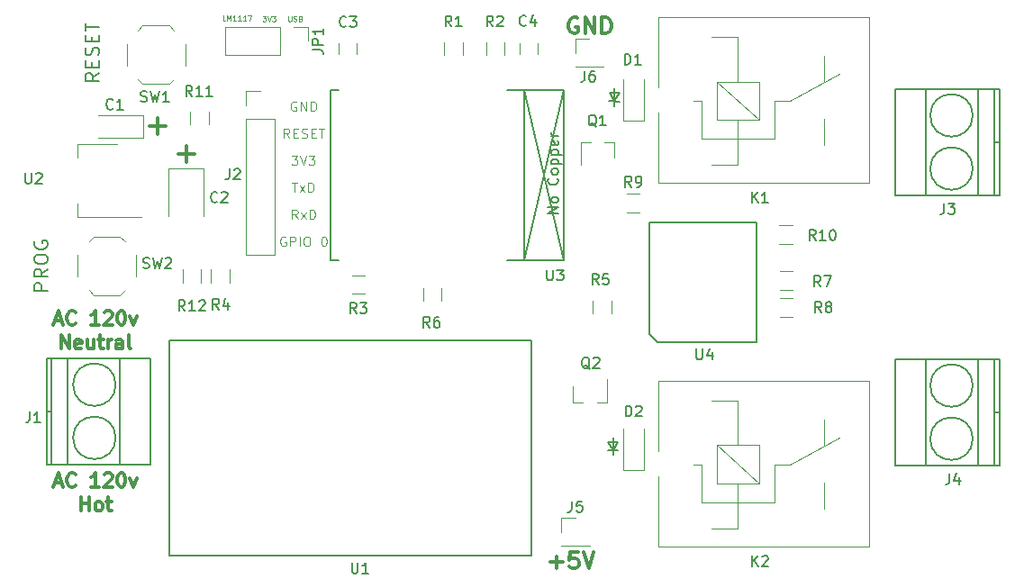
<source format=gto>
G04 #@! TF.GenerationSoftware,KiCad,Pcbnew,(2017-04-22 revision b38541345)-makepkg*
G04 #@! TF.CreationDate,2017-06-22T14:02:37-07:00*
G04 #@! TF.ProjectId,WifiRelay,5769666952656C61792E6B696361645F,rev?*
G04 #@! TF.FileFunction,Legend,Top*
G04 #@! TF.FilePolarity,Positive*
%FSLAX46Y46*%
G04 Gerber Fmt 4.6, Leading zero omitted, Abs format (unit mm)*
G04 Created by KiCad (PCBNEW (2017-04-22 revision b38541345)-makepkg) date 06/22/17 14:02:37*
%MOMM*%
%LPD*%
G01*
G04 APERTURE LIST*
%ADD10C,0.100000*%
%ADD11C,0.300000*%
%ADD12C,0.125000*%
%ADD13C,0.200000*%
%ADD14C,0.150000*%
%ADD15C,0.120000*%
%ADD16C,0.152400*%
G04 APERTURE END LIST*
D10*
D11*
X111004742Y-76812200D02*
X110861885Y-76740771D01*
X110647600Y-76740771D01*
X110433314Y-76812200D01*
X110290457Y-76955057D01*
X110219028Y-77097914D01*
X110147600Y-77383628D01*
X110147600Y-77597914D01*
X110219028Y-77883628D01*
X110290457Y-78026485D01*
X110433314Y-78169342D01*
X110647600Y-78240771D01*
X110790457Y-78240771D01*
X111004742Y-78169342D01*
X111076171Y-78097914D01*
X111076171Y-77597914D01*
X110790457Y-77597914D01*
X111719028Y-78240771D02*
X111719028Y-76740771D01*
X112576171Y-78240771D01*
X112576171Y-76740771D01*
X113290457Y-78240771D02*
X113290457Y-76740771D01*
X113647600Y-76740771D01*
X113861885Y-76812200D01*
X114004742Y-76955057D01*
X114076171Y-77097914D01*
X114147600Y-77383628D01*
X114147600Y-77597914D01*
X114076171Y-77883628D01*
X114004742Y-78026485D01*
X113861885Y-78169342D01*
X113647600Y-78240771D01*
X113290457Y-78240771D01*
D12*
X83805247Y-76602590D02*
X83805247Y-77007352D01*
X83829057Y-77054971D01*
X83852866Y-77078780D01*
X83900485Y-77102590D01*
X83995723Y-77102590D01*
X84043342Y-77078780D01*
X84067152Y-77054971D01*
X84090961Y-77007352D01*
X84090961Y-76602590D01*
X84305247Y-77078780D02*
X84376676Y-77102590D01*
X84495723Y-77102590D01*
X84543342Y-77078780D01*
X84567152Y-77054971D01*
X84590961Y-77007352D01*
X84590961Y-76959733D01*
X84567152Y-76912114D01*
X84543342Y-76888304D01*
X84495723Y-76864495D01*
X84400485Y-76840685D01*
X84352866Y-76816876D01*
X84329057Y-76793066D01*
X84305247Y-76745447D01*
X84305247Y-76697828D01*
X84329057Y-76650209D01*
X84352866Y-76626400D01*
X84400485Y-76602590D01*
X84519533Y-76602590D01*
X84590961Y-76626400D01*
X84971914Y-76840685D02*
X85043342Y-76864495D01*
X85067152Y-76888304D01*
X85090961Y-76935923D01*
X85090961Y-77007352D01*
X85067152Y-77054971D01*
X85043342Y-77078780D01*
X84995723Y-77102590D01*
X84805247Y-77102590D01*
X84805247Y-76602590D01*
X84971914Y-76602590D01*
X85019533Y-76626400D01*
X85043342Y-76650209D01*
X85067152Y-76697828D01*
X85067152Y-76745447D01*
X85043342Y-76793066D01*
X85019533Y-76816876D01*
X84971914Y-76840685D01*
X84805247Y-76840685D01*
D11*
X73440635Y-89607497D02*
X74964444Y-89607497D01*
X74202540Y-90369401D02*
X74202540Y-88845592D01*
X70773635Y-86940497D02*
X72297444Y-86940497D01*
X71535540Y-87702401D02*
X71535540Y-86178592D01*
D13*
X113981480Y-83851240D02*
X114921280Y-83851240D01*
X114451380Y-84610700D02*
X113981480Y-83851240D01*
X114921280Y-83851240D02*
X114466620Y-84610700D01*
X114466620Y-83406740D02*
X114456460Y-85060280D01*
X113973860Y-84613240D02*
X114921280Y-84625940D01*
X114794280Y-116670580D02*
X114339620Y-117430040D01*
X113854480Y-116670580D02*
X114794280Y-116670580D01*
X114324380Y-117430040D02*
X113854480Y-116670580D01*
X113846860Y-117432580D02*
X114794280Y-117445280D01*
X114339620Y-116226080D02*
X114329460Y-117879620D01*
D11*
X108461348Y-127963882D02*
X109604205Y-127963882D01*
X109032777Y-128535311D02*
X109032777Y-127392454D01*
X111032777Y-127035311D02*
X110318491Y-127035311D01*
X110247062Y-127749597D01*
X110318491Y-127678168D01*
X110461348Y-127606740D01*
X110818491Y-127606740D01*
X110961348Y-127678168D01*
X111032777Y-127749597D01*
X111104205Y-127892454D01*
X111104205Y-128249597D01*
X111032777Y-128392454D01*
X110961348Y-128463882D01*
X110818491Y-128535311D01*
X110461348Y-128535311D01*
X110318491Y-128463882D01*
X110247062Y-128392454D01*
X111532777Y-127035311D02*
X112032777Y-128535311D01*
X112532777Y-127035311D01*
D13*
X61201635Y-102423588D02*
X59901635Y-102423588D01*
X59901635Y-101928350D01*
X59963540Y-101804540D01*
X60025444Y-101742636D01*
X60149254Y-101680731D01*
X60334968Y-101680731D01*
X60458778Y-101742636D01*
X60520682Y-101804540D01*
X60582587Y-101928350D01*
X60582587Y-102423588D01*
X61201635Y-100380731D02*
X60582587Y-100814064D01*
X61201635Y-101123588D02*
X59901635Y-101123588D01*
X59901635Y-100628350D01*
X59963540Y-100504540D01*
X60025444Y-100442636D01*
X60149254Y-100380731D01*
X60334968Y-100380731D01*
X60458778Y-100442636D01*
X60520682Y-100504540D01*
X60582587Y-100628350D01*
X60582587Y-101123588D01*
X59901635Y-99575969D02*
X59901635Y-99328350D01*
X59963540Y-99204540D01*
X60087349Y-99080731D01*
X60334968Y-99018826D01*
X60768301Y-99018826D01*
X61015920Y-99080731D01*
X61139730Y-99204540D01*
X61201635Y-99328350D01*
X61201635Y-99575969D01*
X61139730Y-99699779D01*
X61015920Y-99823588D01*
X60768301Y-99885493D01*
X60334968Y-99885493D01*
X60087349Y-99823588D01*
X59963540Y-99699779D01*
X59901635Y-99575969D01*
X59963540Y-97780731D02*
X59901635Y-97904540D01*
X59901635Y-98090255D01*
X59963540Y-98275969D01*
X60087349Y-98399779D01*
X60211159Y-98461683D01*
X60458778Y-98523588D01*
X60644492Y-98523588D01*
X60892111Y-98461683D01*
X61015920Y-98399779D01*
X61139730Y-98275969D01*
X61201635Y-98090255D01*
X61201635Y-97966445D01*
X61139730Y-97780731D01*
X61077825Y-97718826D01*
X60644492Y-97718826D01*
X60644492Y-97966445D01*
D14*
X65999695Y-81964895D02*
X65380647Y-82398228D01*
X65999695Y-82707752D02*
X64699695Y-82707752D01*
X64699695Y-82212514D01*
X64761600Y-82088704D01*
X64823504Y-82026800D01*
X64947314Y-81964895D01*
X65133028Y-81964895D01*
X65256838Y-82026800D01*
X65318742Y-82088704D01*
X65380647Y-82212514D01*
X65380647Y-82707752D01*
X65318742Y-81407752D02*
X65318742Y-80974419D01*
X65999695Y-80788704D02*
X65999695Y-81407752D01*
X64699695Y-81407752D01*
X64699695Y-80788704D01*
X65937790Y-80293466D02*
X65999695Y-80107752D01*
X65999695Y-79798228D01*
X65937790Y-79674419D01*
X65875885Y-79612514D01*
X65752076Y-79550609D01*
X65628266Y-79550609D01*
X65504457Y-79612514D01*
X65442552Y-79674419D01*
X65380647Y-79798228D01*
X65318742Y-80045847D01*
X65256838Y-80169657D01*
X65194933Y-80231561D01*
X65071123Y-80293466D01*
X64947314Y-80293466D01*
X64823504Y-80231561D01*
X64761600Y-80169657D01*
X64699695Y-80045847D01*
X64699695Y-79736323D01*
X64761600Y-79550609D01*
X65318742Y-78993466D02*
X65318742Y-78560133D01*
X65999695Y-78374419D02*
X65999695Y-78993466D01*
X64699695Y-78993466D01*
X64699695Y-78374419D01*
X64699695Y-78002990D02*
X64699695Y-77260133D01*
X65999695Y-77631561D02*
X64699695Y-77631561D01*
D12*
X77891866Y-77026390D02*
X77653771Y-77026390D01*
X77653771Y-76526390D01*
X78058533Y-77026390D02*
X78058533Y-76526390D01*
X78225200Y-76883533D01*
X78391866Y-76526390D01*
X78391866Y-77026390D01*
X78891866Y-77026390D02*
X78606152Y-77026390D01*
X78749009Y-77026390D02*
X78749009Y-76526390D01*
X78701390Y-76597819D01*
X78653771Y-76645438D01*
X78606152Y-76669247D01*
X79368057Y-77026390D02*
X79082342Y-77026390D01*
X79225200Y-77026390D02*
X79225200Y-76526390D01*
X79177580Y-76597819D01*
X79129961Y-76645438D01*
X79082342Y-76669247D01*
X79844247Y-77026390D02*
X79558533Y-77026390D01*
X79701390Y-77026390D02*
X79701390Y-76526390D01*
X79653771Y-76597819D01*
X79606152Y-76645438D01*
X79558533Y-76669247D01*
X80010914Y-76526390D02*
X80344247Y-76526390D01*
X80129961Y-77026390D01*
X81378752Y-76602590D02*
X81688276Y-76602590D01*
X81521609Y-76793066D01*
X81593038Y-76793066D01*
X81640657Y-76816876D01*
X81664466Y-76840685D01*
X81688276Y-76888304D01*
X81688276Y-77007352D01*
X81664466Y-77054971D01*
X81640657Y-77078780D01*
X81593038Y-77102590D01*
X81450180Y-77102590D01*
X81402561Y-77078780D01*
X81378752Y-77054971D01*
X81831133Y-76602590D02*
X81997800Y-77102590D01*
X82164466Y-76602590D01*
X82283514Y-76602590D02*
X82593038Y-76602590D01*
X82426371Y-76793066D01*
X82497800Y-76793066D01*
X82545419Y-76816876D01*
X82569228Y-76840685D01*
X82593038Y-76888304D01*
X82593038Y-77007352D01*
X82569228Y-77054971D01*
X82545419Y-77078780D01*
X82497800Y-77102590D01*
X82354942Y-77102590D01*
X82307323Y-77078780D01*
X82283514Y-77054971D01*
X84531285Y-84690800D02*
X84445571Y-84647942D01*
X84317000Y-84647942D01*
X84188428Y-84690800D01*
X84102714Y-84776514D01*
X84059857Y-84862228D01*
X84017000Y-85033657D01*
X84017000Y-85162228D01*
X84059857Y-85333657D01*
X84102714Y-85419371D01*
X84188428Y-85505085D01*
X84317000Y-85547942D01*
X84402714Y-85547942D01*
X84531285Y-85505085D01*
X84574142Y-85462228D01*
X84574142Y-85162228D01*
X84402714Y-85162228D01*
X84959857Y-85547942D02*
X84959857Y-84647942D01*
X85474142Y-85547942D01*
X85474142Y-84647942D01*
X85902714Y-85547942D02*
X85902714Y-84647942D01*
X86117000Y-84647942D01*
X86245571Y-84690800D01*
X86331285Y-84776514D01*
X86374142Y-84862228D01*
X86417000Y-85033657D01*
X86417000Y-85162228D01*
X86374142Y-85333657D01*
X86331285Y-85419371D01*
X86245571Y-85505085D01*
X86117000Y-85547942D01*
X85902714Y-85547942D01*
X83909857Y-88087942D02*
X83609857Y-87659371D01*
X83395571Y-88087942D02*
X83395571Y-87187942D01*
X83738428Y-87187942D01*
X83824142Y-87230800D01*
X83867000Y-87273657D01*
X83909857Y-87359371D01*
X83909857Y-87487942D01*
X83867000Y-87573657D01*
X83824142Y-87616514D01*
X83738428Y-87659371D01*
X83395571Y-87659371D01*
X84295571Y-87616514D02*
X84595571Y-87616514D01*
X84724142Y-88087942D02*
X84295571Y-88087942D01*
X84295571Y-87187942D01*
X84724142Y-87187942D01*
X85067000Y-88045085D02*
X85195571Y-88087942D01*
X85409857Y-88087942D01*
X85495571Y-88045085D01*
X85538428Y-88002228D01*
X85581285Y-87916514D01*
X85581285Y-87830800D01*
X85538428Y-87745085D01*
X85495571Y-87702228D01*
X85409857Y-87659371D01*
X85238428Y-87616514D01*
X85152714Y-87573657D01*
X85109857Y-87530800D01*
X85067000Y-87445085D01*
X85067000Y-87359371D01*
X85109857Y-87273657D01*
X85152714Y-87230800D01*
X85238428Y-87187942D01*
X85452714Y-87187942D01*
X85581285Y-87230800D01*
X85967000Y-87616514D02*
X86267000Y-87616514D01*
X86395571Y-88087942D02*
X85967000Y-88087942D01*
X85967000Y-87187942D01*
X86395571Y-87187942D01*
X86652714Y-87187942D02*
X87167000Y-87187942D01*
X86909857Y-88087942D02*
X86909857Y-87187942D01*
X84102714Y-89727942D02*
X84659857Y-89727942D01*
X84359857Y-90070800D01*
X84488428Y-90070800D01*
X84574142Y-90113657D01*
X84617000Y-90156514D01*
X84659857Y-90242228D01*
X84659857Y-90456514D01*
X84617000Y-90542228D01*
X84574142Y-90585085D01*
X84488428Y-90627942D01*
X84231285Y-90627942D01*
X84145571Y-90585085D01*
X84102714Y-90542228D01*
X84917000Y-89727942D02*
X85217000Y-90627942D01*
X85517000Y-89727942D01*
X85731285Y-89727942D02*
X86288428Y-89727942D01*
X85988428Y-90070800D01*
X86117000Y-90070800D01*
X86202714Y-90113657D01*
X86245571Y-90156514D01*
X86288428Y-90242228D01*
X86288428Y-90456514D01*
X86245571Y-90542228D01*
X86202714Y-90585085D01*
X86117000Y-90627942D01*
X85859857Y-90627942D01*
X85774142Y-90585085D01*
X85731285Y-90542228D01*
X84681285Y-95707942D02*
X84381285Y-95279371D01*
X84167000Y-95707942D02*
X84167000Y-94807942D01*
X84509857Y-94807942D01*
X84595571Y-94850800D01*
X84638428Y-94893657D01*
X84681285Y-94979371D01*
X84681285Y-95107942D01*
X84638428Y-95193657D01*
X84595571Y-95236514D01*
X84509857Y-95279371D01*
X84167000Y-95279371D01*
X84981285Y-95707942D02*
X85452714Y-95107942D01*
X84981285Y-95107942D02*
X85452714Y-95707942D01*
X85795571Y-95707942D02*
X85795571Y-94807942D01*
X86009857Y-94807942D01*
X86138428Y-94850800D01*
X86224142Y-94936514D01*
X86267000Y-95022228D01*
X86309857Y-95193657D01*
X86309857Y-95322228D01*
X86267000Y-95493657D01*
X86224142Y-95579371D01*
X86138428Y-95665085D01*
X86009857Y-95707942D01*
X85795571Y-95707942D01*
X84145571Y-92267942D02*
X84659857Y-92267942D01*
X84402714Y-93167942D02*
X84402714Y-92267942D01*
X84874142Y-93167942D02*
X85345571Y-92567942D01*
X84874142Y-92567942D02*
X85345571Y-93167942D01*
X85688428Y-93167942D02*
X85688428Y-92267942D01*
X85902714Y-92267942D01*
X86031285Y-92310800D01*
X86117000Y-92396514D01*
X86159857Y-92482228D01*
X86202714Y-92653657D01*
X86202714Y-92782228D01*
X86159857Y-92953657D01*
X86117000Y-93039371D01*
X86031285Y-93125085D01*
X85902714Y-93167942D01*
X85688428Y-93167942D01*
X83545571Y-97390800D02*
X83459857Y-97347942D01*
X83331285Y-97347942D01*
X83202714Y-97390800D01*
X83117000Y-97476514D01*
X83074142Y-97562228D01*
X83031285Y-97733657D01*
X83031285Y-97862228D01*
X83074142Y-98033657D01*
X83117000Y-98119371D01*
X83202714Y-98205085D01*
X83331285Y-98247942D01*
X83417000Y-98247942D01*
X83545571Y-98205085D01*
X83588428Y-98162228D01*
X83588428Y-97862228D01*
X83417000Y-97862228D01*
X83974142Y-98247942D02*
X83974142Y-97347942D01*
X84317000Y-97347942D01*
X84402714Y-97390800D01*
X84445571Y-97433657D01*
X84488428Y-97519371D01*
X84488428Y-97647942D01*
X84445571Y-97733657D01*
X84402714Y-97776514D01*
X84317000Y-97819371D01*
X83974142Y-97819371D01*
X84874142Y-98247942D02*
X84874142Y-97347942D01*
X85474142Y-97347942D02*
X85645571Y-97347942D01*
X85731285Y-97390800D01*
X85817000Y-97476514D01*
X85859857Y-97647942D01*
X85859857Y-97947942D01*
X85817000Y-98119371D01*
X85731285Y-98205085D01*
X85645571Y-98247942D01*
X85474142Y-98247942D01*
X85388428Y-98205085D01*
X85302714Y-98119371D01*
X85259857Y-97947942D01*
X85259857Y-97647942D01*
X85302714Y-97476514D01*
X85388428Y-97390800D01*
X85474142Y-97347942D01*
X87102714Y-97347942D02*
X87188428Y-97347942D01*
X87274142Y-97390800D01*
X87317000Y-97433657D01*
X87359857Y-97519371D01*
X87402714Y-97690800D01*
X87402714Y-97905085D01*
X87359857Y-98076514D01*
X87317000Y-98162228D01*
X87274142Y-98205085D01*
X87188428Y-98247942D01*
X87102714Y-98247942D01*
X87017000Y-98205085D01*
X86974142Y-98162228D01*
X86931285Y-98076514D01*
X86888428Y-97905085D01*
X86888428Y-97690800D01*
X86931285Y-97519371D01*
X86974142Y-97433657D01*
X87017000Y-97390800D01*
X87102714Y-97347942D01*
D11*
X61858457Y-120519666D02*
X62477504Y-120519666D01*
X61734647Y-120891095D02*
X62167980Y-119591095D01*
X62601314Y-120891095D01*
X63777504Y-120767285D02*
X63715600Y-120829190D01*
X63529885Y-120891095D01*
X63406076Y-120891095D01*
X63220361Y-120829190D01*
X63096552Y-120705380D01*
X63034647Y-120581571D01*
X62972742Y-120333952D01*
X62972742Y-120148238D01*
X63034647Y-119900619D01*
X63096552Y-119776809D01*
X63220361Y-119653000D01*
X63406076Y-119591095D01*
X63529885Y-119591095D01*
X63715600Y-119653000D01*
X63777504Y-119714904D01*
X66006076Y-120891095D02*
X65263219Y-120891095D01*
X65634647Y-120891095D02*
X65634647Y-119591095D01*
X65510838Y-119776809D01*
X65387028Y-119900619D01*
X65263219Y-119962523D01*
X66501314Y-119714904D02*
X66563219Y-119653000D01*
X66687028Y-119591095D01*
X66996552Y-119591095D01*
X67120361Y-119653000D01*
X67182266Y-119714904D01*
X67244171Y-119838714D01*
X67244171Y-119962523D01*
X67182266Y-120148238D01*
X66439409Y-120891095D01*
X67244171Y-120891095D01*
X68048933Y-119591095D02*
X68172742Y-119591095D01*
X68296552Y-119653000D01*
X68358457Y-119714904D01*
X68420361Y-119838714D01*
X68482266Y-120086333D01*
X68482266Y-120395857D01*
X68420361Y-120643476D01*
X68358457Y-120767285D01*
X68296552Y-120829190D01*
X68172742Y-120891095D01*
X68048933Y-120891095D01*
X67925123Y-120829190D01*
X67863219Y-120767285D01*
X67801314Y-120643476D01*
X67739409Y-120395857D01*
X67739409Y-120086333D01*
X67801314Y-119838714D01*
X67863219Y-119714904D01*
X67925123Y-119653000D01*
X68048933Y-119591095D01*
X68915600Y-120024428D02*
X69225123Y-120891095D01*
X69534647Y-120024428D01*
X64334647Y-123141095D02*
X64334647Y-121841095D01*
X64334647Y-122460142D02*
X65077504Y-122460142D01*
X65077504Y-123141095D02*
X65077504Y-121841095D01*
X65882266Y-123141095D02*
X65758457Y-123079190D01*
X65696552Y-123017285D01*
X65634647Y-122893476D01*
X65634647Y-122522047D01*
X65696552Y-122398238D01*
X65758457Y-122336333D01*
X65882266Y-122274428D01*
X66067980Y-122274428D01*
X66191790Y-122336333D01*
X66253695Y-122398238D01*
X66315600Y-122522047D01*
X66315600Y-122893476D01*
X66253695Y-123017285D01*
X66191790Y-123079190D01*
X66067980Y-123141095D01*
X65882266Y-123141095D01*
X66687028Y-122274428D02*
X67182266Y-122274428D01*
X66872742Y-121841095D02*
X66872742Y-122955380D01*
X66934647Y-123079190D01*
X67058457Y-123141095D01*
X67182266Y-123141095D01*
X61858457Y-105279666D02*
X62477504Y-105279666D01*
X61734647Y-105651095D02*
X62167980Y-104351095D01*
X62601314Y-105651095D01*
X63777504Y-105527285D02*
X63715600Y-105589190D01*
X63529885Y-105651095D01*
X63406076Y-105651095D01*
X63220361Y-105589190D01*
X63096552Y-105465380D01*
X63034647Y-105341571D01*
X62972742Y-105093952D01*
X62972742Y-104908238D01*
X63034647Y-104660619D01*
X63096552Y-104536809D01*
X63220361Y-104413000D01*
X63406076Y-104351095D01*
X63529885Y-104351095D01*
X63715600Y-104413000D01*
X63777504Y-104474904D01*
X66006076Y-105651095D02*
X65263219Y-105651095D01*
X65634647Y-105651095D02*
X65634647Y-104351095D01*
X65510838Y-104536809D01*
X65387028Y-104660619D01*
X65263219Y-104722523D01*
X66501314Y-104474904D02*
X66563219Y-104413000D01*
X66687028Y-104351095D01*
X66996552Y-104351095D01*
X67120361Y-104413000D01*
X67182266Y-104474904D01*
X67244171Y-104598714D01*
X67244171Y-104722523D01*
X67182266Y-104908238D01*
X66439409Y-105651095D01*
X67244171Y-105651095D01*
X68048933Y-104351095D02*
X68172742Y-104351095D01*
X68296552Y-104413000D01*
X68358457Y-104474904D01*
X68420361Y-104598714D01*
X68482266Y-104846333D01*
X68482266Y-105155857D01*
X68420361Y-105403476D01*
X68358457Y-105527285D01*
X68296552Y-105589190D01*
X68172742Y-105651095D01*
X68048933Y-105651095D01*
X67925123Y-105589190D01*
X67863219Y-105527285D01*
X67801314Y-105403476D01*
X67739409Y-105155857D01*
X67739409Y-104846333D01*
X67801314Y-104598714D01*
X67863219Y-104474904D01*
X67925123Y-104413000D01*
X68048933Y-104351095D01*
X68915600Y-104784428D02*
X69225123Y-105651095D01*
X69534647Y-104784428D01*
X62446552Y-107901095D02*
X62446552Y-106601095D01*
X63189409Y-107901095D01*
X63189409Y-106601095D01*
X64303695Y-107839190D02*
X64179885Y-107901095D01*
X63932266Y-107901095D01*
X63808457Y-107839190D01*
X63746552Y-107715380D01*
X63746552Y-107220142D01*
X63808457Y-107096333D01*
X63932266Y-107034428D01*
X64179885Y-107034428D01*
X64303695Y-107096333D01*
X64365600Y-107220142D01*
X64365600Y-107343952D01*
X63746552Y-107467761D01*
X65479885Y-107034428D02*
X65479885Y-107901095D01*
X64922742Y-107034428D02*
X64922742Y-107715380D01*
X64984647Y-107839190D01*
X65108457Y-107901095D01*
X65294171Y-107901095D01*
X65417980Y-107839190D01*
X65479885Y-107777285D01*
X65913219Y-107034428D02*
X66408457Y-107034428D01*
X66098933Y-106601095D02*
X66098933Y-107715380D01*
X66160838Y-107839190D01*
X66284647Y-107901095D01*
X66408457Y-107901095D01*
X66841790Y-107901095D02*
X66841790Y-107034428D01*
X66841790Y-107282047D02*
X66903695Y-107158238D01*
X66965600Y-107096333D01*
X67089409Y-107034428D01*
X67213219Y-107034428D01*
X68203695Y-107901095D02*
X68203695Y-107220142D01*
X68141790Y-107096333D01*
X68017980Y-107034428D01*
X67770361Y-107034428D01*
X67646552Y-107096333D01*
X68203695Y-107839190D02*
X68079885Y-107901095D01*
X67770361Y-107901095D01*
X67646552Y-107839190D01*
X67584647Y-107715380D01*
X67584647Y-107591571D01*
X67646552Y-107467761D01*
X67770361Y-107405857D01*
X68079885Y-107405857D01*
X68203695Y-107343952D01*
X69008457Y-107901095D02*
X68884647Y-107839190D01*
X68822742Y-107715380D01*
X68822742Y-106601095D01*
D14*
X150145600Y-113848000D02*
X150645600Y-113848000D01*
X148145600Y-111348000D02*
G75*
G03X148145600Y-111348000I-2000000J0D01*
G01*
X148145600Y-116348000D02*
G75*
G03X148145600Y-116348000I-2000000J0D01*
G01*
X148645600Y-118848000D02*
X148645600Y-108848000D01*
X143745600Y-118848000D02*
X143745600Y-108848000D01*
X150145600Y-118848000D02*
X150145600Y-108848000D01*
X150645600Y-118848000D02*
X150645600Y-108848000D01*
X150645600Y-108848000D02*
X140845600Y-108848000D01*
X140845600Y-108848000D02*
X140845600Y-118848000D01*
X140845600Y-118848000D02*
X150645600Y-118848000D01*
D15*
X90206180Y-80137380D02*
X90206180Y-79137380D01*
X88506180Y-79137380D02*
X88506180Y-80137380D01*
D14*
X61565600Y-113768000D02*
X61065600Y-113768000D01*
X67565600Y-116268000D02*
G75*
G03X67565600Y-116268000I-2000000J0D01*
G01*
X67565600Y-111268000D02*
G75*
G03X67565600Y-111268000I-2000000J0D01*
G01*
X63065600Y-108768000D02*
X63065600Y-118768000D01*
X67965600Y-108768000D02*
X67965600Y-118768000D01*
X61565600Y-108768000D02*
X61565600Y-118768000D01*
X61065600Y-108768000D02*
X61065600Y-118768000D01*
X61065600Y-118768000D02*
X70865600Y-118768000D01*
X70865600Y-118768000D02*
X70865600Y-108768000D01*
X70865600Y-108768000D02*
X61065600Y-108768000D01*
D15*
X79829600Y-86274400D02*
X79829600Y-99034400D01*
X79829600Y-99034400D02*
X82489600Y-99034400D01*
X82489600Y-99034400D02*
X82489600Y-86274400D01*
X82489600Y-86274400D02*
X79829600Y-86274400D01*
X79829600Y-85004400D02*
X79829600Y-83674400D01*
X79829600Y-83674400D02*
X81159600Y-83674400D01*
D14*
X150145600Y-88448000D02*
X150645600Y-88448000D01*
X148145600Y-85948000D02*
G75*
G03X148145600Y-85948000I-2000000J0D01*
G01*
X148145600Y-90948000D02*
G75*
G03X148145600Y-90948000I-2000000J0D01*
G01*
X148645600Y-93448000D02*
X148645600Y-83448000D01*
X143745600Y-93448000D02*
X143745600Y-83448000D01*
X150145600Y-93448000D02*
X150145600Y-83448000D01*
X150645600Y-93448000D02*
X150645600Y-83448000D01*
X150645600Y-83448000D02*
X140845600Y-83448000D01*
X140845600Y-83448000D02*
X140845600Y-93448000D01*
X140845600Y-93448000D02*
X150645600Y-93448000D01*
D15*
X98432980Y-80265320D02*
X98432980Y-79065320D01*
X100192980Y-79065320D02*
X100192980Y-80265320D01*
X102387760Y-80252620D02*
X102387760Y-79052620D01*
X104147760Y-79052620D02*
X104147760Y-80252620D01*
X89798600Y-100974000D02*
X90998600Y-100974000D01*
X90998600Y-102734000D02*
X89798600Y-102734000D01*
X78305800Y-100457200D02*
X78305800Y-101657200D01*
X76545800Y-101657200D02*
X76545800Y-100457200D01*
X112402980Y-104562960D02*
X112402980Y-103362960D01*
X114162980Y-103362960D02*
X114162980Y-104562960D01*
X98211780Y-102214880D02*
X98211780Y-103414880D01*
X96451780Y-103414880D02*
X96451780Y-102214880D01*
X131190500Y-102366460D02*
X129990500Y-102366460D01*
X129990500Y-100606460D02*
X131190500Y-100606460D01*
X131218480Y-104868360D02*
X130018480Y-104868360D01*
X130018480Y-103108360D02*
X131218480Y-103108360D01*
X116829380Y-95071580D02*
X115629380Y-95071580D01*
X115629380Y-93311580D02*
X116829380Y-93311580D01*
X129972760Y-96293540D02*
X131172760Y-96293540D01*
X131172760Y-98053540D02*
X129972760Y-98053540D01*
X115272560Y-86486320D02*
X117272560Y-86486320D01*
X117272560Y-86486320D02*
X117272560Y-82586320D01*
X115272560Y-86486320D02*
X115272560Y-82586320D01*
X115272560Y-119260940D02*
X117272560Y-119260940D01*
X117272560Y-119260940D02*
X117272560Y-115360940D01*
X115272560Y-119260940D02*
X115272560Y-115360940D01*
X114433720Y-88450640D02*
X113503720Y-88450640D01*
X111273720Y-88450640D02*
X112203720Y-88450640D01*
X111273720Y-88450640D02*
X111273720Y-90610640D01*
X114433720Y-88450640D02*
X114433720Y-89910640D01*
X110585420Y-112913700D02*
X111515420Y-112913700D01*
X113745420Y-112913700D02*
X112815420Y-112913700D01*
X113745420Y-112913700D02*
X113745420Y-110753700D01*
X110585420Y-112913700D02*
X110585420Y-111453700D01*
X70188600Y-88045000D02*
X65938600Y-88045000D01*
X70188600Y-85945000D02*
X65938600Y-85945000D01*
X70188600Y-88045000D02*
X70188600Y-85945000D01*
X105526720Y-79157700D02*
X105526720Y-80157700D01*
X107226720Y-80157700D02*
X107226720Y-79157700D01*
X76324600Y-85572800D02*
X76324600Y-86772800D01*
X74564600Y-86772800D02*
X74564600Y-85572800D01*
X75613400Y-100457200D02*
X75613400Y-101657200D01*
X73853400Y-101657200D02*
X73853400Y-100457200D01*
D16*
X109733800Y-83547200D02*
X109733800Y-99547200D01*
X109733800Y-99547200D02*
X104333800Y-99547200D01*
X109733800Y-83547200D02*
X104333800Y-83547200D01*
X88533800Y-83547200D02*
X87733800Y-83547200D01*
X87733800Y-83547200D02*
X87733800Y-99547200D01*
X87733800Y-99547200D02*
X88533800Y-99547200D01*
X109733800Y-99547200D02*
X105933800Y-83547200D01*
X109733800Y-83547200D02*
X105933800Y-99547200D01*
X105933800Y-83539200D02*
X105933800Y-99539200D01*
D15*
X75794120Y-90890200D02*
X72494120Y-90890200D01*
X72494120Y-90890200D02*
X72494120Y-95440200D01*
X75794120Y-90890200D02*
X75794120Y-95440200D01*
X128070200Y-86364460D02*
X124070200Y-86364460D01*
X128070200Y-82764460D02*
X128070200Y-86364460D01*
X124070200Y-82764460D02*
X128070200Y-82764460D01*
X124070200Y-86364460D02*
X124070200Y-82764460D01*
X128070200Y-86364460D02*
X124070200Y-82764460D01*
X126070200Y-86364460D02*
X126070200Y-90564460D01*
X126070200Y-78564460D02*
X126070200Y-82764460D01*
X122670200Y-84564460D02*
X122670200Y-88164460D01*
X129470200Y-84564460D02*
X129470200Y-88164460D01*
X129470200Y-88164460D02*
X122670200Y-88164460D01*
X130970200Y-84564460D02*
X135570200Y-82064460D01*
X129470200Y-84564460D02*
X130970200Y-84564460D01*
X126070200Y-78564460D02*
X123570200Y-78564460D01*
X122670200Y-84564460D02*
X121870200Y-84564460D01*
X123570200Y-90564460D02*
X126070200Y-90564460D01*
X134170200Y-80314460D02*
X134170200Y-82814460D01*
X134170200Y-88714460D02*
X134170200Y-86264460D01*
X138420200Y-92314460D02*
X118620200Y-92314460D01*
X138420200Y-76714460D02*
X138420200Y-92314460D01*
X118620200Y-76714460D02*
X138420200Y-76714460D01*
X118620200Y-76714460D02*
X118620200Y-83314460D01*
X118620200Y-85714460D02*
X118620200Y-92314460D01*
X118620200Y-119915800D02*
X118620200Y-126515800D01*
X118620200Y-110915800D02*
X118620200Y-117515800D01*
X118620200Y-110915800D02*
X138420200Y-110915800D01*
X138420200Y-110915800D02*
X138420200Y-126515800D01*
X138420200Y-126515800D02*
X118620200Y-126515800D01*
X134170200Y-122915800D02*
X134170200Y-120465800D01*
X134170200Y-114515800D02*
X134170200Y-117015800D01*
X123570200Y-124765800D02*
X126070200Y-124765800D01*
X122670200Y-118765800D02*
X121870200Y-118765800D01*
X126070200Y-112765800D02*
X123570200Y-112765800D01*
X129470200Y-118765800D02*
X130970200Y-118765800D01*
X130970200Y-118765800D02*
X135570200Y-116265800D01*
X129470200Y-122365800D02*
X122670200Y-122365800D01*
X129470200Y-118765800D02*
X129470200Y-122365800D01*
X122670200Y-118765800D02*
X122670200Y-122365800D01*
X126070200Y-112765800D02*
X126070200Y-116965800D01*
X126070200Y-120565800D02*
X126070200Y-124765800D01*
X128070200Y-120565800D02*
X124070200Y-116965800D01*
X124070200Y-120565800D02*
X124070200Y-116965800D01*
X124070200Y-116965800D02*
X128070200Y-116965800D01*
X128070200Y-116965800D02*
X128070200Y-120565800D01*
X128070200Y-120565800D02*
X124070200Y-120565800D01*
X69962200Y-95485000D02*
X63952200Y-95485000D01*
X67712200Y-88665000D02*
X63952200Y-88665000D01*
X63952200Y-95485000D02*
X63952200Y-94225000D01*
X63952200Y-88665000D02*
X63952200Y-89925000D01*
D14*
X118530200Y-107286320D02*
X117730200Y-106486320D01*
X117730200Y-106486320D02*
X117730200Y-95986320D01*
X117730200Y-95986320D02*
X127850200Y-95986320D01*
X127850200Y-95986320D02*
X127850200Y-107286320D01*
X127850200Y-107286320D02*
X118530200Y-107286320D01*
X72625420Y-107131920D02*
X72625420Y-127331920D01*
X106625420Y-107131920D02*
X72625420Y-107131920D01*
X106625420Y-107331920D02*
X106625420Y-107131920D01*
X106625420Y-127331920D02*
X106625420Y-107331920D01*
X72625420Y-127331920D02*
X106625420Y-127331920D01*
D15*
X109458700Y-123781000D02*
X110788700Y-123781000D01*
X109458700Y-125111000D02*
X109458700Y-123781000D01*
X112118700Y-126381000D02*
X109458700Y-126381000D01*
X112118700Y-126441000D02*
X112118700Y-126381000D01*
X109458700Y-126441000D02*
X112118700Y-126441000D01*
X109458700Y-126381000D02*
X109458700Y-126441000D01*
X73049720Y-77952140D02*
X72599720Y-77502140D01*
X69649720Y-77952140D02*
X70099720Y-77502140D01*
X69649720Y-82552140D02*
X70099720Y-83002140D01*
X73049720Y-82552140D02*
X72599720Y-83002140D01*
X68599720Y-81252140D02*
X68599720Y-79252140D01*
X72599720Y-77502140D02*
X70099720Y-77502140D01*
X74099720Y-81252140D02*
X74099720Y-79252140D01*
X72599720Y-83002140D02*
X70099720Y-83002140D01*
X67997640Y-102852160D02*
X65497640Y-102852160D01*
X69497640Y-101102160D02*
X69497640Y-99102160D01*
X67997640Y-97352160D02*
X65497640Y-97352160D01*
X63997640Y-101102160D02*
X63997640Y-99102160D01*
X68447640Y-102402160D02*
X67997640Y-102852160D01*
X65047640Y-102402160D02*
X65497640Y-102852160D01*
X65047640Y-97802160D02*
X65497640Y-97352160D01*
X68447640Y-97802160D02*
X67997640Y-97352160D01*
X110766800Y-78746800D02*
X112096800Y-78746800D01*
X110766800Y-80076800D02*
X110766800Y-78746800D01*
X113426800Y-81346800D02*
X110766800Y-81346800D01*
X113426800Y-81406800D02*
X113426800Y-81346800D01*
X110766800Y-81406800D02*
X113426800Y-81406800D01*
X110766800Y-81346800D02*
X110766800Y-81406800D01*
X85613800Y-77603800D02*
X85613800Y-78933800D01*
X84283800Y-77603800D02*
X85613800Y-77603800D01*
X83013800Y-80263800D02*
X83013800Y-77603800D01*
X77873800Y-80263800D02*
X83013800Y-80263800D01*
X77873800Y-77603800D02*
X77873800Y-80263800D01*
X83013800Y-77603800D02*
X77873800Y-77603800D01*
D14*
X145966266Y-119610380D02*
X145966266Y-120324666D01*
X145918647Y-120467523D01*
X145823409Y-120562761D01*
X145680552Y-120610380D01*
X145585314Y-120610380D01*
X146871028Y-119943714D02*
X146871028Y-120610380D01*
X146632933Y-119562761D02*
X146394838Y-120277047D01*
X147013885Y-120277047D01*
X89232693Y-77543422D02*
X89185074Y-77591041D01*
X89042217Y-77638660D01*
X88946979Y-77638660D01*
X88804121Y-77591041D01*
X88708883Y-77495803D01*
X88661264Y-77400565D01*
X88613645Y-77210089D01*
X88613645Y-77067232D01*
X88661264Y-76876756D01*
X88708883Y-76781518D01*
X88804121Y-76686280D01*
X88946979Y-76638660D01*
X89042217Y-76638660D01*
X89185074Y-76686280D01*
X89232693Y-76733899D01*
X89566026Y-76638660D02*
X90185074Y-76638660D01*
X89851740Y-77019613D01*
X89994598Y-77019613D01*
X90089836Y-77067232D01*
X90137455Y-77114851D01*
X90185074Y-77210089D01*
X90185074Y-77448184D01*
X90137455Y-77543422D01*
X90089836Y-77591041D01*
X89994598Y-77638660D01*
X89708883Y-77638660D01*
X89613645Y-77591041D01*
X89566026Y-77543422D01*
X59495346Y-113816640D02*
X59495346Y-114530926D01*
X59447727Y-114673783D01*
X59352489Y-114769021D01*
X59209632Y-114816640D01*
X59114394Y-114816640D01*
X60495346Y-114816640D02*
X59923918Y-114816640D01*
X60209632Y-114816640D02*
X60209632Y-113816640D01*
X60114394Y-113959498D01*
X60019156Y-114054736D01*
X59923918Y-114102355D01*
X78282706Y-90967560D02*
X78282706Y-91681846D01*
X78235087Y-91824703D01*
X78139849Y-91919941D01*
X77996992Y-91967560D01*
X77901754Y-91967560D01*
X78711278Y-91062799D02*
X78758897Y-91015180D01*
X78854135Y-90967560D01*
X79092230Y-90967560D01*
X79187468Y-91015180D01*
X79235087Y-91062799D01*
X79282706Y-91158037D01*
X79282706Y-91253275D01*
X79235087Y-91396132D01*
X78663659Y-91967560D01*
X79282706Y-91967560D01*
X145458266Y-94210380D02*
X145458266Y-94924666D01*
X145410647Y-95067523D01*
X145315409Y-95162761D01*
X145172552Y-95210380D01*
X145077314Y-95210380D01*
X145839219Y-94210380D02*
X146458266Y-94210380D01*
X146124933Y-94591333D01*
X146267790Y-94591333D01*
X146363028Y-94638952D01*
X146410647Y-94686571D01*
X146458266Y-94781809D01*
X146458266Y-95019904D01*
X146410647Y-95115142D01*
X146363028Y-95162761D01*
X146267790Y-95210380D01*
X145982076Y-95210380D01*
X145886838Y-95162761D01*
X145839219Y-95115142D01*
X99146313Y-77582780D02*
X98812980Y-77106590D01*
X98574884Y-77582780D02*
X98574884Y-76582780D01*
X98955837Y-76582780D01*
X99051075Y-76630400D01*
X99098694Y-76678019D01*
X99146313Y-76773257D01*
X99146313Y-76916114D01*
X99098694Y-77011352D01*
X99051075Y-77058971D01*
X98955837Y-77106590D01*
X98574884Y-77106590D01*
X100098694Y-77582780D02*
X99527265Y-77582780D01*
X99812980Y-77582780D02*
X99812980Y-76582780D01*
X99717741Y-76725638D01*
X99622503Y-76820876D01*
X99527265Y-76868495D01*
X103045213Y-77582780D02*
X102711880Y-77106590D01*
X102473784Y-77582780D02*
X102473784Y-76582780D01*
X102854737Y-76582780D01*
X102949975Y-76630400D01*
X102997594Y-76678019D01*
X103045213Y-76773257D01*
X103045213Y-76916114D01*
X102997594Y-77011352D01*
X102949975Y-77058971D01*
X102854737Y-77106590D01*
X102473784Y-77106590D01*
X103426165Y-76678019D02*
X103473784Y-76630400D01*
X103569022Y-76582780D01*
X103807118Y-76582780D01*
X103902356Y-76630400D01*
X103949975Y-76678019D01*
X103997594Y-76773257D01*
X103997594Y-76868495D01*
X103949975Y-77011352D01*
X103378546Y-77582780D01*
X103997594Y-77582780D01*
X90202973Y-104562660D02*
X89869640Y-104086470D01*
X89631544Y-104562660D02*
X89631544Y-103562660D01*
X90012497Y-103562660D01*
X90107735Y-103610280D01*
X90155354Y-103657899D01*
X90202973Y-103753137D01*
X90202973Y-103895994D01*
X90155354Y-103991232D01*
X90107735Y-104038851D01*
X90012497Y-104086470D01*
X89631544Y-104086470D01*
X90536306Y-103562660D02*
X91155354Y-103562660D01*
X90822020Y-103943613D01*
X90964878Y-103943613D01*
X91060116Y-103991232D01*
X91107735Y-104038851D01*
X91155354Y-104134089D01*
X91155354Y-104372184D01*
X91107735Y-104467422D01*
X91060116Y-104515041D01*
X90964878Y-104562660D01*
X90679163Y-104562660D01*
X90583925Y-104515041D01*
X90536306Y-104467422D01*
X77284533Y-104191780D02*
X76951200Y-103715590D01*
X76713104Y-104191780D02*
X76713104Y-103191780D01*
X77094057Y-103191780D01*
X77189295Y-103239400D01*
X77236914Y-103287019D01*
X77284533Y-103382257D01*
X77284533Y-103525114D01*
X77236914Y-103620352D01*
X77189295Y-103667971D01*
X77094057Y-103715590D01*
X76713104Y-103715590D01*
X78141676Y-103525114D02*
X78141676Y-104191780D01*
X77903580Y-103144161D02*
X77665485Y-103858447D01*
X78284533Y-103858447D01*
X112963913Y-101857560D02*
X112630580Y-101381370D01*
X112392484Y-101857560D02*
X112392484Y-100857560D01*
X112773437Y-100857560D01*
X112868675Y-100905180D01*
X112916294Y-100952799D01*
X112963913Y-101048037D01*
X112963913Y-101190894D01*
X112916294Y-101286132D01*
X112868675Y-101333751D01*
X112773437Y-101381370D01*
X112392484Y-101381370D01*
X113868675Y-100857560D02*
X113392484Y-100857560D01*
X113344865Y-101333751D01*
X113392484Y-101286132D01*
X113487722Y-101238513D01*
X113725818Y-101238513D01*
X113821056Y-101286132D01*
X113868675Y-101333751D01*
X113916294Y-101428989D01*
X113916294Y-101667084D01*
X113868675Y-101762322D01*
X113821056Y-101809941D01*
X113725818Y-101857560D01*
X113487722Y-101857560D01*
X113392484Y-101809941D01*
X113344865Y-101762322D01*
X97101613Y-105891080D02*
X96768280Y-105414890D01*
X96530184Y-105891080D02*
X96530184Y-104891080D01*
X96911137Y-104891080D01*
X97006375Y-104938700D01*
X97053994Y-104986319D01*
X97101613Y-105081557D01*
X97101613Y-105224414D01*
X97053994Y-105319652D01*
X97006375Y-105367271D01*
X96911137Y-105414890D01*
X96530184Y-105414890D01*
X97958756Y-104891080D02*
X97768280Y-104891080D01*
X97673041Y-104938700D01*
X97625422Y-104986319D01*
X97530184Y-105129176D01*
X97482565Y-105319652D01*
X97482565Y-105700604D01*
X97530184Y-105795842D01*
X97577803Y-105843461D01*
X97673041Y-105891080D01*
X97863518Y-105891080D01*
X97958756Y-105843461D01*
X98006375Y-105795842D01*
X98053994Y-105700604D01*
X98053994Y-105462509D01*
X98006375Y-105367271D01*
X97958756Y-105319652D01*
X97863518Y-105272033D01*
X97673041Y-105272033D01*
X97577803Y-105319652D01*
X97530184Y-105367271D01*
X97482565Y-105462509D01*
X133850333Y-102042980D02*
X133517000Y-101566790D01*
X133278904Y-102042980D02*
X133278904Y-101042980D01*
X133659857Y-101042980D01*
X133755095Y-101090600D01*
X133802714Y-101138219D01*
X133850333Y-101233457D01*
X133850333Y-101376314D01*
X133802714Y-101471552D01*
X133755095Y-101519171D01*
X133659857Y-101566790D01*
X133278904Y-101566790D01*
X134183666Y-101042980D02*
X134850333Y-101042980D01*
X134421761Y-102042980D01*
X133921413Y-104466140D02*
X133588080Y-103989950D01*
X133349984Y-104466140D02*
X133349984Y-103466140D01*
X133730937Y-103466140D01*
X133826175Y-103513760D01*
X133873794Y-103561379D01*
X133921413Y-103656617D01*
X133921413Y-103799474D01*
X133873794Y-103894712D01*
X133826175Y-103942331D01*
X133730937Y-103989950D01*
X133349984Y-103989950D01*
X134492841Y-103894712D02*
X134397603Y-103847093D01*
X134349984Y-103799474D01*
X134302365Y-103704236D01*
X134302365Y-103656617D01*
X134349984Y-103561379D01*
X134397603Y-103513760D01*
X134492841Y-103466140D01*
X134683318Y-103466140D01*
X134778556Y-103513760D01*
X134826175Y-103561379D01*
X134873794Y-103656617D01*
X134873794Y-103704236D01*
X134826175Y-103799474D01*
X134778556Y-103847093D01*
X134683318Y-103894712D01*
X134492841Y-103894712D01*
X134397603Y-103942331D01*
X134349984Y-103989950D01*
X134302365Y-104085188D01*
X134302365Y-104275664D01*
X134349984Y-104370902D01*
X134397603Y-104418521D01*
X134492841Y-104466140D01*
X134683318Y-104466140D01*
X134778556Y-104418521D01*
X134826175Y-104370902D01*
X134873794Y-104275664D01*
X134873794Y-104085188D01*
X134826175Y-103989950D01*
X134778556Y-103942331D01*
X134683318Y-103894712D01*
X116062713Y-92675460D02*
X115729380Y-92199270D01*
X115491284Y-92675460D02*
X115491284Y-91675460D01*
X115872237Y-91675460D01*
X115967475Y-91723080D01*
X116015094Y-91770699D01*
X116062713Y-91865937D01*
X116062713Y-92008794D01*
X116015094Y-92104032D01*
X115967475Y-92151651D01*
X115872237Y-92199270D01*
X115491284Y-92199270D01*
X116538903Y-92675460D02*
X116729380Y-92675460D01*
X116824618Y-92627841D01*
X116872237Y-92580222D01*
X116967475Y-92437365D01*
X117015094Y-92246889D01*
X117015094Y-91865937D01*
X116967475Y-91770699D01*
X116919856Y-91723080D01*
X116824618Y-91675460D01*
X116634141Y-91675460D01*
X116538903Y-91723080D01*
X116491284Y-91770699D01*
X116443665Y-91865937D01*
X116443665Y-92104032D01*
X116491284Y-92199270D01*
X116538903Y-92246889D01*
X116634141Y-92294508D01*
X116824618Y-92294508D01*
X116919856Y-92246889D01*
X116967475Y-92199270D01*
X117015094Y-92104032D01*
X133369062Y-97686880D02*
X133035729Y-97210690D01*
X132797634Y-97686880D02*
X132797634Y-96686880D01*
X133178586Y-96686880D01*
X133273824Y-96734500D01*
X133321443Y-96782119D01*
X133369062Y-96877357D01*
X133369062Y-97020214D01*
X133321443Y-97115452D01*
X133273824Y-97163071D01*
X133178586Y-97210690D01*
X132797634Y-97210690D01*
X134321443Y-97686880D02*
X133750015Y-97686880D01*
X134035729Y-97686880D02*
X134035729Y-96686880D01*
X133940491Y-96829738D01*
X133845253Y-96924976D01*
X133750015Y-96972595D01*
X134940491Y-96686880D02*
X135035729Y-96686880D01*
X135130967Y-96734500D01*
X135178586Y-96782119D01*
X135226205Y-96877357D01*
X135273824Y-97067833D01*
X135273824Y-97305928D01*
X135226205Y-97496404D01*
X135178586Y-97591642D01*
X135130967Y-97639261D01*
X135035729Y-97686880D01*
X134940491Y-97686880D01*
X134845253Y-97639261D01*
X134797634Y-97591642D01*
X134750015Y-97496404D01*
X134702396Y-97305928D01*
X134702396Y-97067833D01*
X134750015Y-96877357D01*
X134797634Y-96782119D01*
X134845253Y-96734500D01*
X134940491Y-96686880D01*
X115425244Y-81164180D02*
X115425244Y-80164180D01*
X115663340Y-80164180D01*
X115806197Y-80211800D01*
X115901435Y-80307038D01*
X115949054Y-80402276D01*
X115996673Y-80592752D01*
X115996673Y-80735609D01*
X115949054Y-80926085D01*
X115901435Y-81021323D01*
X115806197Y-81116561D01*
X115663340Y-81164180D01*
X115425244Y-81164180D01*
X116949054Y-81164180D02*
X116377625Y-81164180D01*
X116663340Y-81164180D02*
X116663340Y-80164180D01*
X116568101Y-80307038D01*
X116472863Y-80402276D01*
X116377625Y-80449895D01*
X115503984Y-114247680D02*
X115503984Y-113247680D01*
X115742080Y-113247680D01*
X115884937Y-113295300D01*
X115980175Y-113390538D01*
X116027794Y-113485776D01*
X116075413Y-113676252D01*
X116075413Y-113819109D01*
X116027794Y-114009585D01*
X115980175Y-114104823D01*
X115884937Y-114200061D01*
X115742080Y-114247680D01*
X115503984Y-114247680D01*
X116456365Y-113342919D02*
X116503984Y-113295300D01*
X116599222Y-113247680D01*
X116837318Y-113247680D01*
X116932556Y-113295300D01*
X116980175Y-113342919D01*
X117027794Y-113438157D01*
X117027794Y-113533395D01*
X116980175Y-113676252D01*
X116408746Y-114247680D01*
X117027794Y-114247680D01*
X112755941Y-86997279D02*
X112660703Y-86949660D01*
X112565465Y-86854421D01*
X112422608Y-86711564D01*
X112327370Y-86663945D01*
X112232132Y-86663945D01*
X112279751Y-86902040D02*
X112184513Y-86854421D01*
X112089275Y-86759183D01*
X112041656Y-86568707D01*
X112041656Y-86235374D01*
X112089275Y-86044898D01*
X112184513Y-85949660D01*
X112279751Y-85902040D01*
X112470227Y-85902040D01*
X112565465Y-85949660D01*
X112660703Y-86044898D01*
X112708322Y-86235374D01*
X112708322Y-86568707D01*
X112660703Y-86759183D01*
X112565465Y-86854421D01*
X112470227Y-86902040D01*
X112279751Y-86902040D01*
X113660703Y-86902040D02*
X113089275Y-86902040D01*
X113374989Y-86902040D02*
X113374989Y-85902040D01*
X113279751Y-86044898D01*
X113184513Y-86140136D01*
X113089275Y-86187755D01*
X112148881Y-109801399D02*
X112053643Y-109753780D01*
X111958405Y-109658541D01*
X111815548Y-109515684D01*
X111720310Y-109468065D01*
X111625072Y-109468065D01*
X111672691Y-109706160D02*
X111577453Y-109658541D01*
X111482215Y-109563303D01*
X111434596Y-109372827D01*
X111434596Y-109039494D01*
X111482215Y-108849018D01*
X111577453Y-108753780D01*
X111672691Y-108706160D01*
X111863167Y-108706160D01*
X111958405Y-108753780D01*
X112053643Y-108849018D01*
X112101262Y-109039494D01*
X112101262Y-109372827D01*
X112053643Y-109563303D01*
X111958405Y-109658541D01*
X111863167Y-109706160D01*
X111672691Y-109706160D01*
X112482215Y-108801399D02*
X112529834Y-108753780D01*
X112625072Y-108706160D01*
X112863167Y-108706160D01*
X112958405Y-108753780D01*
X113006024Y-108801399D01*
X113053643Y-108896637D01*
X113053643Y-108991875D01*
X113006024Y-109134732D01*
X112434596Y-109706160D01*
X113053643Y-109706160D01*
X67321133Y-85294742D02*
X67273514Y-85342361D01*
X67130657Y-85389980D01*
X67035419Y-85389980D01*
X66892561Y-85342361D01*
X66797323Y-85247123D01*
X66749704Y-85151885D01*
X66702085Y-84961409D01*
X66702085Y-84818552D01*
X66749704Y-84628076D01*
X66797323Y-84532838D01*
X66892561Y-84437600D01*
X67035419Y-84389980D01*
X67130657Y-84389980D01*
X67273514Y-84437600D01*
X67321133Y-84485219D01*
X68273514Y-85389980D02*
X67702085Y-85389980D01*
X67987800Y-85389980D02*
X67987800Y-84389980D01*
X67892561Y-84532838D01*
X67797323Y-84628076D01*
X67702085Y-84675695D01*
X106159253Y-77439282D02*
X106111634Y-77486901D01*
X105968777Y-77534520D01*
X105873539Y-77534520D01*
X105730681Y-77486901D01*
X105635443Y-77391663D01*
X105587824Y-77296425D01*
X105540205Y-77105949D01*
X105540205Y-76963092D01*
X105587824Y-76772616D01*
X105635443Y-76677378D01*
X105730681Y-76582140D01*
X105873539Y-76534520D01*
X105968777Y-76534520D01*
X106111634Y-76582140D01*
X106159253Y-76629759D01*
X107016396Y-76867854D02*
X107016396Y-77534520D01*
X106778300Y-76486901D02*
X106540205Y-77201187D01*
X107159253Y-77201187D01*
X74760082Y-84146900D02*
X74426749Y-83670710D01*
X74188654Y-84146900D02*
X74188654Y-83146900D01*
X74569606Y-83146900D01*
X74664844Y-83194520D01*
X74712463Y-83242139D01*
X74760082Y-83337377D01*
X74760082Y-83480234D01*
X74712463Y-83575472D01*
X74664844Y-83623091D01*
X74569606Y-83670710D01*
X74188654Y-83670710D01*
X75712463Y-84146900D02*
X75141035Y-84146900D01*
X75426749Y-84146900D02*
X75426749Y-83146900D01*
X75331511Y-83289758D01*
X75236273Y-83384996D01*
X75141035Y-83432615D01*
X76664844Y-84146900D02*
X76093416Y-84146900D01*
X76379130Y-84146900D02*
X76379130Y-83146900D01*
X76283892Y-83289758D01*
X76188654Y-83384996D01*
X76093416Y-83432615D01*
X74090542Y-104328980D02*
X73757209Y-103852790D01*
X73519114Y-104328980D02*
X73519114Y-103328980D01*
X73900066Y-103328980D01*
X73995304Y-103376600D01*
X74042923Y-103424219D01*
X74090542Y-103519457D01*
X74090542Y-103662314D01*
X74042923Y-103757552D01*
X73995304Y-103805171D01*
X73900066Y-103852790D01*
X73519114Y-103852790D01*
X75042923Y-104328980D02*
X74471495Y-104328980D01*
X74757209Y-104328980D02*
X74757209Y-103328980D01*
X74661971Y-103471838D01*
X74566733Y-103567076D01*
X74471495Y-103614695D01*
X75423876Y-103424219D02*
X75471495Y-103376600D01*
X75566733Y-103328980D01*
X75804828Y-103328980D01*
X75900066Y-103376600D01*
X75947685Y-103424219D01*
X75995304Y-103519457D01*
X75995304Y-103614695D01*
X75947685Y-103757552D01*
X75376257Y-104328980D01*
X75995304Y-104328980D01*
X108086235Y-100463860D02*
X108086235Y-101273384D01*
X108133854Y-101368622D01*
X108181473Y-101416241D01*
X108276711Y-101463860D01*
X108467187Y-101463860D01*
X108562425Y-101416241D01*
X108610044Y-101368622D01*
X108657663Y-101273384D01*
X108657663Y-100463860D01*
X109038616Y-100463860D02*
X109657663Y-100463860D01*
X109324330Y-100844813D01*
X109467187Y-100844813D01*
X109562425Y-100892432D01*
X109610044Y-100940051D01*
X109657663Y-101035289D01*
X109657663Y-101273384D01*
X109610044Y-101368622D01*
X109562425Y-101416241D01*
X109467187Y-101463860D01*
X109181473Y-101463860D01*
X109086235Y-101416241D01*
X109038616Y-101368622D01*
X109186180Y-95153485D02*
X108186180Y-95153485D01*
X109186180Y-94582057D01*
X108186180Y-94582057D01*
X109186180Y-93963009D02*
X109138561Y-94058247D01*
X109090942Y-94105866D01*
X108995704Y-94153485D01*
X108709990Y-94153485D01*
X108614752Y-94105866D01*
X108567133Y-94058247D01*
X108519514Y-93963009D01*
X108519514Y-93820152D01*
X108567133Y-93724914D01*
X108614752Y-93677295D01*
X108709990Y-93629676D01*
X108995704Y-93629676D01*
X109090942Y-93677295D01*
X109138561Y-93724914D01*
X109186180Y-93820152D01*
X109186180Y-93963009D01*
X109090942Y-91867771D02*
X109138561Y-91915390D01*
X109186180Y-92058247D01*
X109186180Y-92153485D01*
X109138561Y-92296342D01*
X109043323Y-92391580D01*
X108948085Y-92439200D01*
X108757609Y-92486819D01*
X108614752Y-92486819D01*
X108424276Y-92439200D01*
X108329038Y-92391580D01*
X108233800Y-92296342D01*
X108186180Y-92153485D01*
X108186180Y-92058247D01*
X108233800Y-91915390D01*
X108281419Y-91867771D01*
X109186180Y-91296342D02*
X109138561Y-91391580D01*
X109090942Y-91439200D01*
X108995704Y-91486819D01*
X108709990Y-91486819D01*
X108614752Y-91439200D01*
X108567133Y-91391580D01*
X108519514Y-91296342D01*
X108519514Y-91153485D01*
X108567133Y-91058247D01*
X108614752Y-91010628D01*
X108709990Y-90963009D01*
X108995704Y-90963009D01*
X109090942Y-91010628D01*
X109138561Y-91058247D01*
X109186180Y-91153485D01*
X109186180Y-91296342D01*
X108519514Y-90534438D02*
X109519514Y-90534438D01*
X108567133Y-90534438D02*
X108519514Y-90439200D01*
X108519514Y-90248723D01*
X108567133Y-90153485D01*
X108614752Y-90105866D01*
X108709990Y-90058247D01*
X108995704Y-90058247D01*
X109090942Y-90105866D01*
X109138561Y-90153485D01*
X109186180Y-90248723D01*
X109186180Y-90439200D01*
X109138561Y-90534438D01*
X108519514Y-89629676D02*
X109519514Y-89629676D01*
X108567133Y-89629676D02*
X108519514Y-89534438D01*
X108519514Y-89343961D01*
X108567133Y-89248723D01*
X108614752Y-89201104D01*
X108709990Y-89153485D01*
X108995704Y-89153485D01*
X109090942Y-89201104D01*
X109138561Y-89248723D01*
X109186180Y-89343961D01*
X109186180Y-89534438D01*
X109138561Y-89629676D01*
X109138561Y-88343961D02*
X109186180Y-88439200D01*
X109186180Y-88629676D01*
X109138561Y-88724914D01*
X109043323Y-88772533D01*
X108662371Y-88772533D01*
X108567133Y-88724914D01*
X108519514Y-88629676D01*
X108519514Y-88439200D01*
X108567133Y-88343961D01*
X108662371Y-88296342D01*
X108757609Y-88296342D01*
X108852847Y-88772533D01*
X109186180Y-87867771D02*
X108519514Y-87867771D01*
X108709990Y-87867771D02*
X108614752Y-87820152D01*
X108567133Y-87772533D01*
X108519514Y-87677295D01*
X108519514Y-87582057D01*
X77127453Y-94047342D02*
X77079834Y-94094961D01*
X76936977Y-94142580D01*
X76841739Y-94142580D01*
X76698881Y-94094961D01*
X76603643Y-93999723D01*
X76556024Y-93904485D01*
X76508405Y-93714009D01*
X76508405Y-93571152D01*
X76556024Y-93380676D01*
X76603643Y-93285438D01*
X76698881Y-93190200D01*
X76841739Y-93142580D01*
X76936977Y-93142580D01*
X77079834Y-93190200D01*
X77127453Y-93237819D01*
X77508405Y-93237819D02*
X77556024Y-93190200D01*
X77651262Y-93142580D01*
X77889358Y-93142580D01*
X77984596Y-93190200D01*
X78032215Y-93237819D01*
X78079834Y-93333057D01*
X78079834Y-93428295D01*
X78032215Y-93571152D01*
X77460786Y-94142580D01*
X78079834Y-94142580D01*
X127382104Y-94166840D02*
X127382104Y-93166840D01*
X127953533Y-94166840D02*
X127524961Y-93595412D01*
X127953533Y-93166840D02*
X127382104Y-93738269D01*
X128905914Y-94166840D02*
X128334485Y-94166840D01*
X128620200Y-94166840D02*
X128620200Y-93166840D01*
X128524961Y-93309698D01*
X128429723Y-93404936D01*
X128334485Y-93452555D01*
X127382104Y-128368180D02*
X127382104Y-127368180D01*
X127953533Y-128368180D02*
X127524961Y-127796752D01*
X127953533Y-127368180D02*
X127382104Y-127939609D01*
X128334485Y-127463419D02*
X128382104Y-127415800D01*
X128477342Y-127368180D01*
X128715438Y-127368180D01*
X128810676Y-127415800D01*
X128858295Y-127463419D01*
X128905914Y-127558657D01*
X128905914Y-127653895D01*
X128858295Y-127796752D01*
X128286866Y-128368180D01*
X128905914Y-128368180D01*
X59066775Y-91375740D02*
X59066775Y-92185264D01*
X59114394Y-92280502D01*
X59162013Y-92328121D01*
X59257251Y-92375740D01*
X59447727Y-92375740D01*
X59542965Y-92328121D01*
X59590584Y-92280502D01*
X59638203Y-92185264D01*
X59638203Y-91375740D01*
X60066775Y-91470979D02*
X60114394Y-91423360D01*
X60209632Y-91375740D01*
X60447727Y-91375740D01*
X60542965Y-91423360D01*
X60590584Y-91470979D01*
X60638203Y-91566217D01*
X60638203Y-91661455D01*
X60590584Y-91804312D01*
X60019156Y-92375740D01*
X60638203Y-92375740D01*
X122170535Y-107900980D02*
X122170535Y-108710504D01*
X122218154Y-108805742D01*
X122265773Y-108853361D01*
X122361011Y-108900980D01*
X122551487Y-108900980D01*
X122646725Y-108853361D01*
X122694344Y-108805742D01*
X122741963Y-108710504D01*
X122741963Y-107900980D01*
X123646725Y-108234314D02*
X123646725Y-108900980D01*
X123408630Y-107853361D02*
X123170535Y-108567647D01*
X123789582Y-108567647D01*
X89770295Y-127994920D02*
X89770295Y-128804444D01*
X89817914Y-128899682D01*
X89865533Y-128947301D01*
X89960771Y-128994920D01*
X90151247Y-128994920D01*
X90246485Y-128947301D01*
X90294104Y-128899682D01*
X90341723Y-128804444D01*
X90341723Y-127994920D01*
X91341723Y-128994920D02*
X90770295Y-128994920D01*
X91056009Y-128994920D02*
X91056009Y-127994920D01*
X90960771Y-128137778D01*
X90865533Y-128233016D01*
X90770295Y-128280635D01*
X110455366Y-122233380D02*
X110455366Y-122947666D01*
X110407747Y-123090523D01*
X110312509Y-123185761D01*
X110169652Y-123233380D01*
X110074414Y-123233380D01*
X111407747Y-122233380D02*
X110931557Y-122233380D01*
X110883938Y-122709571D01*
X110931557Y-122661952D01*
X111026795Y-122614333D01*
X111264890Y-122614333D01*
X111360128Y-122661952D01*
X111407747Y-122709571D01*
X111455366Y-122804809D01*
X111455366Y-123042904D01*
X111407747Y-123138142D01*
X111360128Y-123185761D01*
X111264890Y-123233380D01*
X111026795Y-123233380D01*
X110931557Y-123185761D01*
X110883938Y-123138142D01*
X69932966Y-84614141D02*
X70075823Y-84661760D01*
X70313919Y-84661760D01*
X70409157Y-84614141D01*
X70456776Y-84566522D01*
X70504395Y-84471284D01*
X70504395Y-84376046D01*
X70456776Y-84280808D01*
X70409157Y-84233189D01*
X70313919Y-84185570D01*
X70123442Y-84137951D01*
X70028204Y-84090332D01*
X69980585Y-84042713D01*
X69932966Y-83947475D01*
X69932966Y-83852237D01*
X69980585Y-83756999D01*
X70028204Y-83709380D01*
X70123442Y-83661760D01*
X70361538Y-83661760D01*
X70504395Y-83709380D01*
X70837728Y-83661760D02*
X71075823Y-84661760D01*
X71266300Y-83947475D01*
X71456776Y-84661760D01*
X71694871Y-83661760D01*
X72599633Y-84661760D02*
X72028204Y-84661760D01*
X72313919Y-84661760D02*
X72313919Y-83661760D01*
X72218680Y-83804618D01*
X72123442Y-83899856D01*
X72028204Y-83947475D01*
X70151406Y-100280861D02*
X70294263Y-100328480D01*
X70532359Y-100328480D01*
X70627597Y-100280861D01*
X70675216Y-100233242D01*
X70722835Y-100138004D01*
X70722835Y-100042766D01*
X70675216Y-99947528D01*
X70627597Y-99899909D01*
X70532359Y-99852290D01*
X70341882Y-99804671D01*
X70246644Y-99757052D01*
X70199025Y-99709433D01*
X70151406Y-99614195D01*
X70151406Y-99518957D01*
X70199025Y-99423719D01*
X70246644Y-99376100D01*
X70341882Y-99328480D01*
X70579978Y-99328480D01*
X70722835Y-99376100D01*
X71056168Y-99328480D02*
X71294263Y-100328480D01*
X71484740Y-99614195D01*
X71675216Y-100328480D01*
X71913311Y-99328480D01*
X72246644Y-99423719D02*
X72294263Y-99376100D01*
X72389501Y-99328480D01*
X72627597Y-99328480D01*
X72722835Y-99376100D01*
X72770454Y-99423719D01*
X72818073Y-99518957D01*
X72818073Y-99614195D01*
X72770454Y-99757052D01*
X72199025Y-100328480D01*
X72818073Y-100328480D01*
X111661866Y-81764380D02*
X111661866Y-82478666D01*
X111614247Y-82621523D01*
X111519009Y-82716761D01*
X111376152Y-82764380D01*
X111280914Y-82764380D01*
X112566628Y-81764380D02*
X112376152Y-81764380D01*
X112280914Y-81812000D01*
X112233295Y-81859619D01*
X112138057Y-82002476D01*
X112090438Y-82192952D01*
X112090438Y-82573904D01*
X112138057Y-82669142D01*
X112185676Y-82716761D01*
X112280914Y-82764380D01*
X112471390Y-82764380D01*
X112566628Y-82716761D01*
X112614247Y-82669142D01*
X112661866Y-82573904D01*
X112661866Y-82335809D01*
X112614247Y-82240571D01*
X112566628Y-82192952D01*
X112471390Y-82145333D01*
X112280914Y-82145333D01*
X112185676Y-82192952D01*
X112138057Y-82240571D01*
X112090438Y-82335809D01*
X86066180Y-79767133D02*
X86780466Y-79767133D01*
X86923323Y-79814752D01*
X87018561Y-79909990D01*
X87066180Y-80052847D01*
X87066180Y-80148085D01*
X87066180Y-79290942D02*
X86066180Y-79290942D01*
X86066180Y-78909990D01*
X86113800Y-78814752D01*
X86161419Y-78767133D01*
X86256657Y-78719514D01*
X86399514Y-78719514D01*
X86494752Y-78767133D01*
X86542371Y-78814752D01*
X86589990Y-78909990D01*
X86589990Y-79290942D01*
X87066180Y-77767133D02*
X87066180Y-78338561D01*
X87066180Y-78052847D02*
X86066180Y-78052847D01*
X86209038Y-78148085D01*
X86304276Y-78243323D01*
X86351895Y-78338561D01*
M02*

</source>
